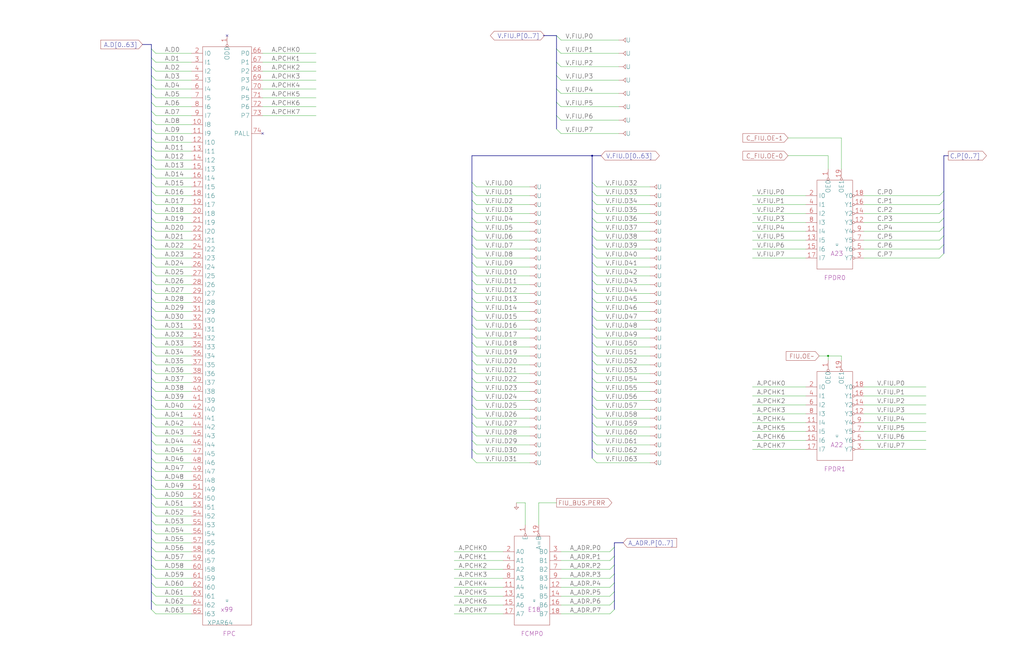
<source format=kicad_sch>
(kicad_sch (version 20220404) (generator eeschema)
  (paper "User" 584.2 378.46)
  (title_block (title "FIU DRIVER AND RECEIVER\\nPARITY") (date "22-MAR-90") (rev "1.0") (comment 1 "VALUE") (comment 2 "232-003063") (comment 3 "S400") (comment 4 "RELEASED"))
  (junction (at 337.82 88.9))
  (junction (at 472.44 203.2))
  (no_connect (at 129.54 20.32))
  (no_connect (at 149.86 76.2))
  (bus_entry (at 86.36 180.34) (size 2.54 2.54))
  (bus_entry (at 337.82 231.14) (size 2.54 2.54))
  (bus_entry (at 337.82 175.26) (size 2.54 2.54))
  (bus_entry (at 350.52 327.66) (size -2.54 2.54))
  (bus_entry (at 86.36 109.22) (size 2.54 2.54))
  (bus_entry (at 86.36 195.58) (size 2.54 2.54))
  (bus_entry (at 337.82 109.22) (size 2.54 2.54))
  (bus_entry (at 317.5 58.42) (size 2.54 2.54))
  (bus_entry (at 317.5 27.94) (size 2.54 2.54))
  (bus_entry (at 86.36 114.3) (size 2.54 2.54))
  (bus_entry (at 350.52 332.74) (size -2.54 2.54))
  (bus_entry (at 337.82 170.18) (size 2.54 2.54))
  (bus_entry (at 337.82 114.3) (size 2.54 2.54))
  (bus_entry (at 86.36 93.98) (size 2.54 2.54))
  (bus_entry (at 269.24 256.54) (size 2.54 2.54))
  (bus_entry (at 269.24 195.58) (size 2.54 2.54))
  (bus_entry (at 269.24 215.9) (size 2.54 2.54))
  (bus_entry (at 86.36 347.98) (size 2.54 2.54))
  (bus_entry (at 337.82 236.22) (size 2.54 2.54))
  (bus_entry (at 269.24 104.14) (size 2.54 2.54))
  (bus_entry (at 350.52 317.5) (size -2.54 2.54))
  (bus_entry (at 86.36 73.66) (size 2.54 2.54))
  (bus_entry (at 86.36 271.78) (size 2.54 2.54))
  (bus_entry (at 269.24 190.5) (size 2.54 2.54))
  (bus_entry (at 337.82 190.5) (size 2.54 2.54))
  (bus_entry (at 86.36 139.7) (size 2.54 2.54))
  (bus_entry (at 86.36 185.42) (size 2.54 2.54))
  (bus_entry (at 86.36 287.02) (size 2.54 2.54))
  (bus_entry (at 337.82 154.94) (size 2.54 2.54))
  (bus_entry (at 86.36 246.38) (size 2.54 2.54))
  (bus_entry (at 86.36 307.34) (size 2.54 2.54))
  (bus_entry (at 337.82 251.46) (size 2.54 2.54))
  (bus_entry (at 269.24 124.46) (size 2.54 2.54))
  (bus_entry (at 86.36 236.22) (size 2.54 2.54))
  (bus_entry (at 86.36 337.82) (size 2.54 2.54))
  (bus_entry (at 86.36 134.62) (size 2.54 2.54))
  (bus_entry (at 86.36 292.1) (size 2.54 2.54))
  (bus_entry (at 86.36 302.26) (size 2.54 2.54))
  (bus_entry (at 337.82 261.62) (size 2.54 2.54))
  (bus_entry (at 269.24 185.42) (size 2.54 2.54))
  (bus_entry (at 86.36 43.18) (size 2.54 2.54))
  (bus_entry (at 86.36 256.54) (size 2.54 2.54))
  (bus_entry (at 86.36 241.3) (size 2.54 2.54))
  (bus_entry (at 538.48 119.38) (size -2.54 2.54))
  (bus_entry (at 337.82 124.46) (size 2.54 2.54))
  (bus_entry (at 86.36 124.46) (size 2.54 2.54))
  (bus_entry (at 337.82 119.38) (size 2.54 2.54))
  (bus_entry (at 269.24 154.94) (size 2.54 2.54))
  (bus_entry (at 269.24 241.3) (size 2.54 2.54))
  (bus_entry (at 337.82 129.54) (size 2.54 2.54))
  (bus_entry (at 86.36 53.34) (size 2.54 2.54))
  (bus_entry (at 86.36 38.1) (size 2.54 2.54))
  (bus_entry (at 86.36 129.54) (size 2.54 2.54))
  (bus_entry (at 269.24 114.3) (size 2.54 2.54))
  (bus_entry (at 86.36 317.5) (size 2.54 2.54))
  (bus_entry (at 269.24 119.38) (size 2.54 2.54))
  (bus_entry (at 337.82 144.78) (size 2.54 2.54))
  (bus_entry (at 538.48 129.54) (size -2.54 2.54))
  (bus_entry (at 317.5 35.56) (size 2.54 2.54))
  (bus_entry (at 269.24 200.66) (size 2.54 2.54))
  (bus_entry (at 538.48 144.78) (size -2.54 2.54))
  (bus_entry (at 86.36 78.74) (size 2.54 2.54))
  (bus_entry (at 86.36 266.7) (size 2.54 2.54))
  (bus_entry (at 337.82 246.38) (size 2.54 2.54))
  (bus_entry (at 350.52 312.42) (size -2.54 2.54))
  (bus_entry (at 86.36 220.98) (size 2.54 2.54))
  (bus_entry (at 86.36 231.14) (size 2.54 2.54))
  (bus_entry (at 86.36 251.46) (size 2.54 2.54))
  (bus_entry (at 269.24 144.78) (size 2.54 2.54))
  (bus_entry (at 86.36 215.9) (size 2.54 2.54))
  (bus_entry (at 350.52 342.9) (size -2.54 2.54))
  (bus_entry (at 269.24 210.82) (size 2.54 2.54))
  (bus_entry (at 86.36 200.66) (size 2.54 2.54))
  (bus_entry (at 86.36 276.86) (size 2.54 2.54))
  (bus_entry (at 86.36 322.58) (size 2.54 2.54))
  (bus_entry (at 86.36 297.18) (size 2.54 2.54))
  (bus_entry (at 337.82 180.34) (size 2.54 2.54))
  (bus_entry (at 269.24 129.54) (size 2.54 2.54))
  (bus_entry (at 269.24 149.86) (size 2.54 2.54))
  (bus_entry (at 86.36 210.82) (size 2.54 2.54))
  (bus_entry (at 86.36 165.1) (size 2.54 2.54))
  (bus_entry (at 86.36 154.94) (size 2.54 2.54))
  (bus_entry (at 350.52 347.98) (size -2.54 2.54))
  (bus_entry (at 337.82 134.62) (size 2.54 2.54))
  (bus_entry (at 86.36 160.02) (size 2.54 2.54))
  (bus_entry (at 269.24 180.34) (size 2.54 2.54))
  (bus_entry (at 337.82 205.74) (size 2.54 2.54))
  (bus_entry (at 86.36 149.86) (size 2.54 2.54))
  (bus_entry (at 86.36 190.5) (size 2.54 2.54))
  (bus_entry (at 337.82 226.06) (size 2.54 2.54))
  (bus_entry (at 86.36 63.5) (size 2.54 2.54))
  (bus_entry (at 86.36 27.94) (size 2.54 2.54))
  (bus_entry (at 269.24 261.62) (size 2.54 2.54))
  (bus_entry (at 538.48 114.3) (size -2.54 2.54))
  (bus_entry (at 269.24 160.02) (size 2.54 2.54))
  (bus_entry (at 86.36 327.66) (size 2.54 2.54))
  (bus_entry (at 337.82 215.9) (size 2.54 2.54))
  (bus_entry (at 269.24 236.22) (size 2.54 2.54))
  (bus_entry (at 317.5 50.8) (size 2.54 2.54))
  (bus_entry (at 269.24 231.14) (size 2.54 2.54))
  (bus_entry (at 86.36 83.82) (size 2.54 2.54))
  (bus_entry (at 269.24 175.26) (size 2.54 2.54))
  (bus_entry (at 86.36 281.94) (size 2.54 2.54))
  (bus_entry (at 538.48 109.22) (size -2.54 2.54))
  (bus_entry (at 86.36 170.18) (size 2.54 2.54))
  (bus_entry (at 337.82 210.82) (size 2.54 2.54))
  (bus_entry (at 86.36 68.58) (size 2.54 2.54))
  (bus_entry (at 317.5 73.66) (size 2.54 2.54))
  (bus_entry (at 269.24 246.38) (size 2.54 2.54))
  (bus_entry (at 269.24 205.74) (size 2.54 2.54))
  (bus_entry (at 86.36 205.74) (size 2.54 2.54))
  (bus_entry (at 337.82 165.1) (size 2.54 2.54))
  (bus_entry (at 86.36 312.42) (size 2.54 2.54))
  (bus_entry (at 350.52 322.58) (size -2.54 2.54))
  (bus_entry (at 86.36 332.74) (size 2.54 2.54))
  (bus_entry (at 337.82 149.86) (size 2.54 2.54))
  (bus_entry (at 86.36 99.06) (size 2.54 2.54))
  (bus_entry (at 269.24 226.06) (size 2.54 2.54))
  (bus_entry (at 317.5 43.18) (size 2.54 2.54))
  (bus_entry (at 538.48 139.7) (size -2.54 2.54))
  (bus_entry (at 86.36 58.42) (size 2.54 2.54))
  (bus_entry (at 337.82 104.14) (size 2.54 2.54))
  (bus_entry (at 86.36 144.78) (size 2.54 2.54))
  (bus_entry (at 86.36 88.9) (size 2.54 2.54))
  (bus_entry (at 269.24 251.46) (size 2.54 2.54))
  (bus_entry (at 350.52 337.82) (size -2.54 2.54))
  (bus_entry (at 337.82 195.58) (size 2.54 2.54))
  (bus_entry (at 86.36 33.02) (size 2.54 2.54))
  (bus_entry (at 269.24 109.22) (size 2.54 2.54))
  (bus_entry (at 269.24 165.1) (size 2.54 2.54))
  (bus_entry (at 317.5 20.32) (size 2.54 2.54))
  (bus_entry (at 269.24 139.7) (size 2.54 2.54))
  (bus_entry (at 86.36 175.26) (size 2.54 2.54))
  (bus_entry (at 86.36 261.62) (size 2.54 2.54))
  (bus_entry (at 337.82 220.98) (size 2.54 2.54))
  (bus_entry (at 86.36 104.14) (size 2.54 2.54))
  (bus_entry (at 538.48 134.62) (size -2.54 2.54))
  (bus_entry (at 269.24 134.62) (size 2.54 2.54))
  (bus_entry (at 337.82 256.54) (size 2.54 2.54))
  (bus_entry (at 86.36 48.26) (size 2.54 2.54))
  (bus_entry (at 337.82 139.7) (size 2.54 2.54))
  (bus_entry (at 337.82 185.42) (size 2.54 2.54))
  (bus_entry (at 269.24 220.98) (size 2.54 2.54))
  (bus_entry (at 86.36 119.38) (size 2.54 2.54))
  (bus_entry (at 538.48 124.46) (size -2.54 2.54))
  (bus_entry (at 337.82 241.3) (size 2.54 2.54))
  (bus_entry (at 86.36 226.06) (size 2.54 2.54))
  (bus_entry (at 86.36 342.9) (size 2.54 2.54))
  (bus_entry (at 317.5 66.04) (size 2.54 2.54))
  (bus_entry (at 337.82 200.66) (size 2.54 2.54))
  (bus_entry (at 269.24 170.18) (size 2.54 2.54))
  (bus_entry (at 337.82 160.02) (size 2.54 2.54))
  (wire (pts (xy 340.36 254) (xy 370.84 254)))
  (wire (pts (xy 259.08 325.12) (xy 287.02 325.12)))
  (wire (pts (xy 340.36 137.16) (xy 370.84 137.16)))
  (bus (pts (xy 337.82 246.38) (xy 337.82 251.46)))
  (bus (pts (xy 86.36 241.3) (xy 86.36 246.38)))
  (bus (pts (xy 337.82 236.22) (xy 337.82 241.3)))
  (wire (pts (xy 109.22 218.44) (xy 88.9 218.44)))
  (bus (pts (xy 337.82 241.3) (xy 337.82 246.38)))
  (wire (pts (xy 271.78 254) (xy 302.26 254)))
  (wire (pts (xy 271.78 208.28) (xy 302.26 208.28)))
  (bus (pts (xy 337.82 160.02) (xy 337.82 165.1)))
  (wire (pts (xy 109.22 304.8) (xy 88.9 304.8)))
  (bus (pts (xy 86.36 322.58) (xy 86.36 327.66)))
  (bus (pts (xy 86.36 281.94) (xy 86.36 287.02)))
  (bus (pts (xy 337.82 109.22) (xy 337.82 114.3)))
  (wire (pts (xy 429.26 241.3) (xy 459.74 241.3)))
  (wire (pts (xy 271.78 162.56) (xy 302.26 162.56)))
  (wire (pts (xy 271.78 193.04) (xy 302.26 193.04)))
  (bus (pts (xy 337.82 88.9) (xy 337.82 104.14)))
  (bus (pts (xy 86.36 266.7) (xy 86.36 271.78)))
  (wire (pts (xy 109.22 142.24) (xy 88.9 142.24)))
  (wire (pts (xy 492.76 246.38) (xy 528.32 246.38)))
  (bus (pts (xy 86.36 297.18) (xy 86.36 302.26)))
  (wire (pts (xy 109.22 238.76) (xy 88.9 238.76)))
  (wire (pts (xy 259.08 314.96) (xy 287.02 314.96)))
  (wire (pts (xy 109.22 177.8) (xy 88.9 177.8)))
  (wire (pts (xy 340.36 152.4) (xy 370.84 152.4)))
  (wire (pts (xy 340.36 193.04) (xy 370.84 193.04)))
  (bus (pts (xy 269.24 175.26) (xy 269.24 180.34)))
  (wire (pts (xy 320.04 22.86) (xy 353.06 22.86)))
  (bus (pts (xy 269.24 154.94) (xy 269.24 160.02)))
  (bus (pts (xy 317.5 35.56) (xy 317.5 43.18)))
  (bus (pts (xy 269.24 231.14) (xy 269.24 236.22)))
  (bus (pts (xy 86.36 78.74) (xy 86.36 83.82)))
  (wire (pts (xy 449.58 78.74) (xy 480.06 78.74)))
  (bus (pts (xy 337.82 144.78) (xy 337.82 149.86)))
  (bus (pts (xy 538.48 119.38) (xy 538.48 124.46)))
  (bus (pts (xy 269.24 134.62) (xy 269.24 139.7)))
  (bus (pts (xy 269.24 220.98) (xy 269.24 226.06)))
  (wire (pts (xy 340.36 228.6) (xy 370.84 228.6)))
  (bus (pts (xy 337.82 129.54) (xy 337.82 134.62)))
  (bus (pts (xy 81.28 25.4) (xy 86.36 25.4)))
  (wire (pts (xy 109.22 167.64) (xy 88.9 167.64)))
  (wire (pts (xy 429.26 127) (xy 459.74 127)))
  (wire (pts (xy 109.22 182.88) (xy 88.9 182.88)))
  (bus (pts (xy 337.82 165.1) (xy 337.82 170.18)))
  (bus (pts (xy 350.52 327.66) (xy 350.52 332.74)))
  (wire (pts (xy 259.08 340.36) (xy 287.02 340.36)))
  (bus (pts (xy 86.36 312.42) (xy 86.36 317.5)))
  (wire (pts (xy 492.76 127) (xy 535.94 127)))
  (bus (pts (xy 86.36 271.78) (xy 86.36 276.86)))
  (bus (pts (xy 350.52 337.82) (xy 350.52 342.9)))
  (wire (pts (xy 271.78 157.48) (xy 302.26 157.48)))
  (bus (pts (xy 337.82 124.46) (xy 337.82 129.54)))
  (bus (pts (xy 86.36 180.34) (xy 86.36 185.42)))
  (wire (pts (xy 109.22 157.48) (xy 88.9 157.48)))
  (wire (pts (xy 492.76 251.46) (xy 528.32 251.46)))
  (wire (pts (xy 109.22 86.36) (xy 88.9 86.36)))
  (wire (pts (xy 109.22 81.28) (xy 88.9 81.28)))
  (wire (pts (xy 259.08 345.44) (xy 287.02 345.44)))
  (bus (pts (xy 86.36 144.78) (xy 86.36 149.86)))
  (wire (pts (xy 340.36 259.08) (xy 370.84 259.08)))
  (wire (pts (xy 467.36 203.2) (xy 472.44 203.2)))
  (bus (pts (xy 269.24 144.78) (xy 269.24 149.86)))
  (bus (pts (xy 269.24 160.02) (xy 269.24 165.1)))
  (bus (pts (xy 350.52 332.74) (xy 350.52 337.82)))
  (wire (pts (xy 109.22 96.52) (xy 88.9 96.52)))
  (wire (pts (xy 340.36 142.24) (xy 370.84 142.24)))
  (bus (pts (xy 86.36 292.1) (xy 86.36 297.18)))
  (bus (pts (xy 86.36 302.26) (xy 86.36 307.34)))
  (wire (pts (xy 259.08 350.52) (xy 287.02 350.52)))
  (wire (pts (xy 109.22 254) (xy 88.9 254)))
  (bus (pts (xy 337.82 139.7) (xy 337.82 144.78)))
  (bus (pts (xy 86.36 63.5) (xy 86.36 68.58)))
  (bus (pts (xy 86.36 261.62) (xy 86.36 266.7)))
  (wire (pts (xy 271.78 177.8) (xy 302.26 177.8)))
  (wire (pts (xy 449.58 88.9) (xy 472.44 88.9)))
  (wire (pts (xy 109.22 243.84) (xy 88.9 243.84)))
  (wire (pts (xy 259.08 320.04) (xy 287.02 320.04)))
  (wire (pts (xy 340.36 264.16) (xy 370.84 264.16)))
  (bus (pts (xy 86.36 129.54) (xy 86.36 134.62)))
  (bus (pts (xy 337.82 119.38) (xy 337.82 124.46)))
  (bus (pts (xy 269.24 180.34) (xy 269.24 185.42)))
  (wire (pts (xy 429.26 121.92) (xy 459.74 121.92)))
  (bus (pts (xy 269.24 226.06) (xy 269.24 231.14)))
  (bus (pts (xy 86.36 25.4) (xy 86.36 27.94)))
  (wire (pts (xy 271.78 111.76) (xy 302.26 111.76)))
  (bus (pts (xy 337.82 185.42) (xy 337.82 190.5)))
  (bus (pts (xy 538.48 109.22) (xy 538.48 114.3)))
  (bus (pts (xy 86.36 124.46) (xy 86.36 129.54)))
  (wire (pts (xy 320.04 45.72) (xy 353.06 45.72)))
  (wire (pts (xy 109.22 350.52) (xy 88.9 350.52)))
  (wire (pts (xy 271.78 198.12) (xy 302.26 198.12)))
  (wire (pts (xy 271.78 228.6) (xy 302.26 228.6)))
  (wire (pts (xy 109.22 132.08) (xy 88.9 132.08)))
  (bus (pts (xy 350.52 322.58) (xy 350.52 327.66)))
  (wire (pts (xy 271.78 203.2) (xy 302.26 203.2)))
  (wire (pts (xy 320.04 340.36) (xy 347.98 340.36)))
  (wire (pts (xy 109.22 50.8) (xy 88.9 50.8)))
  (wire (pts (xy 429.26 236.22) (xy 459.74 236.22)))
  (bus (pts (xy 269.24 104.14) (xy 269.24 109.22)))
  (bus (pts (xy 538.48 139.7) (xy 538.48 144.78)))
  (wire (pts (xy 429.26 137.16) (xy 459.74 137.16)))
  (bus (pts (xy 269.24 119.38) (xy 269.24 124.46)))
  (bus (pts (xy 538.48 129.54) (xy 538.48 134.62)))
  (wire (pts (xy 320.04 68.58) (xy 353.06 68.58)))
  (wire (pts (xy 109.22 279.4) (xy 88.9 279.4)))
  (bus (pts (xy 350.52 309.88) (xy 355.6 309.88)))
  (wire (pts (xy 492.76 142.24) (xy 535.94 142.24)))
  (wire (pts (xy 259.08 330.2) (xy 287.02 330.2)))
  (wire (pts (xy 320.04 38.1) (xy 353.06 38.1)))
  (wire (pts (xy 109.22 45.72) (xy 88.9 45.72)))
  (bus (pts (xy 337.82 114.3) (xy 337.82 119.38)))
  (bus (pts (xy 269.24 139.7) (xy 269.24 144.78)))
  (bus (pts (xy 269.24 124.46) (xy 269.24 129.54)))
  (bus (pts (xy 86.36 327.66) (xy 86.36 332.74)))
  (bus (pts (xy 337.82 195.58) (xy 337.82 200.66)))
  (wire (pts (xy 109.22 121.92) (xy 88.9 121.92)))
  (wire (pts (xy 149.86 60.96) (xy 180.34 60.96)))
  (bus (pts (xy 337.82 256.54) (xy 337.82 261.62)))
  (bus (pts (xy 86.36 33.02) (xy 86.36 38.1)))
  (wire (pts (xy 492.76 220.98) (xy 528.32 220.98)))
  (wire (pts (xy 429.26 111.76) (xy 459.74 111.76)))
  (bus (pts (xy 86.36 236.22) (xy 86.36 241.3)))
  (bus (pts (xy 350.52 312.42) (xy 350.52 317.5)))
  (bus (pts (xy 337.82 210.82) (xy 337.82 215.9)))
  (bus (pts (xy 86.36 165.1) (xy 86.36 170.18)))
  (wire (pts (xy 492.76 121.92) (xy 535.94 121.92)))
  (wire (pts (xy 109.22 172.72) (xy 88.9 172.72)))
  (wire (pts (xy 480.06 78.74) (xy 480.06 96.52)))
  (wire (pts (xy 317.5 287.02) (xy 307.34 287.02)))
  (wire (pts (xy 320.04 330.2) (xy 347.98 330.2)))
  (bus (pts (xy 86.36 134.62) (xy 86.36 139.7)))
  (bus (pts (xy 269.24 114.3) (xy 269.24 119.38)))
  (wire (pts (xy 429.26 226.06) (xy 459.74 226.06)))
  (wire (pts (xy 320.04 60.96) (xy 353.06 60.96)))
  (bus (pts (xy 86.36 246.38) (xy 86.36 251.46)))
  (bus (pts (xy 317.5 27.94) (xy 317.5 35.56)))
  (wire (pts (xy 320.04 30.48) (xy 353.06 30.48)))
  (bus (pts (xy 269.24 251.46) (xy 269.24 256.54)))
  (bus (pts (xy 350.52 309.88) (xy 350.52 312.42)))
  (wire (pts (xy 109.22 203.2) (xy 88.9 203.2)))
  (wire (pts (xy 271.78 223.52) (xy 302.26 223.52)))
  (bus (pts (xy 86.36 175.26) (xy 86.36 180.34)))
  (bus (pts (xy 317.5 43.18) (xy 317.5 50.8)))
  (bus (pts (xy 86.36 342.9) (xy 86.36 347.98)))
  (wire (pts (xy 320.04 53.34) (xy 353.06 53.34)))
  (bus (pts (xy 337.82 149.86) (xy 337.82 154.94)))
  (wire (pts (xy 271.78 213.36) (xy 302.26 213.36)))
  (bus (pts (xy 337.82 200.66) (xy 337.82 205.74)))
  (bus (pts (xy 317.5 58.42) (xy 317.5 66.04)))
  (wire (pts (xy 109.22 325.12) (xy 88.9 325.12)))
  (wire (pts (xy 340.36 198.12) (xy 370.84 198.12)))
  (bus (pts (xy 86.36 205.74) (xy 86.36 210.82)))
  (wire (pts (xy 492.76 147.32) (xy 535.94 147.32)))
  (wire (pts (xy 492.76 256.54) (xy 528.32 256.54)))
  (bus (pts (xy 86.36 200.66) (xy 86.36 205.74)))
  (bus (pts (xy 317.5 20.32) (xy 317.5 27.94)))
  (bus (pts (xy 337.82 226.06) (xy 337.82 231.14)))
  (bus (pts (xy 86.36 251.46) (xy 86.36 256.54)))
  (bus (pts (xy 86.36 93.98) (xy 86.36 99.06)))
  (wire (pts (xy 149.86 35.56) (xy 180.34 35.56)))
  (wire (pts (xy 492.76 236.22) (xy 528.32 236.22)))
  (wire (pts (xy 271.78 238.76) (xy 302.26 238.76)))
  (bus (pts (xy 86.36 53.34) (xy 86.36 58.42)))
  (wire (pts (xy 271.78 116.84) (xy 302.26 116.84)))
  (wire (pts (xy 340.36 243.84) (xy 370.84 243.84)))
  (bus (pts (xy 269.24 210.82) (xy 269.24 215.9)))
  (bus (pts (xy 86.36 99.06) (xy 86.36 104.14)))
  (bus (pts (xy 337.82 215.9) (xy 337.82 220.98)))
  (wire (pts (xy 109.22 233.68) (xy 88.9 233.68)))
  (wire (pts (xy 340.36 177.8) (xy 370.84 177.8)))
  (bus (pts (xy 538.48 134.62) (xy 538.48 139.7)))
  (bus (pts (xy 269.24 129.54) (xy 269.24 134.62)))
  (wire (pts (xy 109.22 147.32) (xy 88.9 147.32)))
  (bus (pts (xy 269.24 241.3) (xy 269.24 246.38)))
  (wire (pts (xy 492.76 226.06) (xy 528.32 226.06)))
  (wire (pts (xy 149.86 45.72) (xy 180.34 45.72)))
  (bus (pts (xy 269.24 88.9) (xy 269.24 104.14)))
  (wire (pts (xy 109.22 193.04) (xy 88.9 193.04)))
  (wire (pts (xy 492.76 137.16) (xy 535.94 137.16)))
  (wire (pts (xy 109.22 264.16) (xy 88.9 264.16)))
  (bus (pts (xy 269.24 236.22) (xy 269.24 241.3)))
  (wire (pts (xy 109.22 330.2) (xy 88.9 330.2)))
  (wire (pts (xy 429.26 246.38) (xy 459.74 246.38)))
  (wire (pts (xy 271.78 243.84) (xy 302.26 243.84)))
  (wire (pts (xy 149.86 40.64) (xy 180.34 40.64)))
  (bus (pts (xy 337.82 134.62) (xy 337.82 139.7)))
  (wire (pts (xy 492.76 111.76) (xy 535.94 111.76)))
  (wire (pts (xy 320.04 345.44) (xy 347.98 345.44)))
  (wire (pts (xy 109.22 76.2) (xy 88.9 76.2)))
  (bus (pts (xy 86.36 68.58) (xy 86.36 73.66)))
  (bus (pts (xy 309.88 20.32) (xy 317.5 20.32)))
  (bus (pts (xy 86.36 83.82) (xy 86.36 88.9)))
  (wire (pts (xy 271.78 187.96) (xy 302.26 187.96)))
  (bus (pts (xy 337.82 190.5) (xy 337.82 195.58)))
  (wire (pts (xy 271.78 182.88) (xy 302.26 182.88)))
  (wire (pts (xy 109.22 40.64) (xy 88.9 40.64)))
  (wire (pts (xy 109.22 137.16) (xy 88.9 137.16)))
  (wire (pts (xy 109.22 314.96) (xy 88.9 314.96)))
  (wire (pts (xy 271.78 132.08) (xy 302.26 132.08)))
  (wire (pts (xy 109.22 91.44) (xy 88.9 91.44)))
  (bus (pts (xy 86.36 337.82) (xy 86.36 342.9)))
  (wire (pts (xy 340.36 132.08) (xy 370.84 132.08)))
  (wire (pts (xy 109.22 259.08) (xy 88.9 259.08)))
  (wire (pts (xy 271.78 248.92) (xy 302.26 248.92)))
  (wire (pts (xy 109.22 294.64) (xy 88.9 294.64)))
  (wire (pts (xy 109.22 335.28) (xy 88.9 335.28)))
  (bus (pts (xy 86.36 119.38) (xy 86.36 124.46)))
  (wire (pts (xy 472.44 203.2) (xy 480.06 203.2)))
  (bus (pts (xy 86.36 220.98) (xy 86.36 226.06)))
  (bus (pts (xy 350.52 317.5) (xy 350.52 322.58)))
  (wire (pts (xy 340.36 157.48) (xy 370.84 157.48)))
  (wire (pts (xy 109.22 309.88) (xy 88.9 309.88)))
  (wire (pts (xy 340.36 223.52) (xy 370.84 223.52)))
  (wire (pts (xy 109.22 299.72) (xy 88.9 299.72)))
  (bus (pts (xy 86.36 73.66) (xy 86.36 78.74)))
  (bus (pts (xy 86.36 185.42) (xy 86.36 190.5)))
  (wire (pts (xy 340.36 187.96) (xy 370.84 187.96)))
  (wire (pts (xy 109.22 187.96) (xy 88.9 187.96)))
  (bus (pts (xy 86.36 307.34) (xy 86.36 312.42)))
  (bus (pts (xy 269.24 165.1) (xy 269.24 170.18)))
  (wire (pts (xy 271.78 137.16) (xy 302.26 137.16)))
  (wire (pts (xy 109.22 223.52) (xy 88.9 223.52)))
  (wire (pts (xy 109.22 35.56) (xy 88.9 35.56)))
  (wire (pts (xy 109.22 284.48) (xy 88.9 284.48)))
  (wire (pts (xy 149.86 50.8) (xy 180.34 50.8)))
  (wire (pts (xy 320.04 314.96) (xy 347.98 314.96)))
  (wire (pts (xy 340.36 182.88) (xy 370.84 182.88)))
  (wire (pts (xy 429.26 256.54) (xy 459.74 256.54)))
  (bus (pts (xy 86.36 38.1) (xy 86.36 43.18)))
  (wire (pts (xy 340.36 238.76) (xy 370.84 238.76)))
  (bus (pts (xy 86.36 58.42) (xy 86.36 63.5)))
  (wire (pts (xy 472.44 203.2) (xy 472.44 205.74)))
  (bus (pts (xy 86.36 317.5) (xy 86.36 322.58)))
  (wire (pts (xy 320.04 320.04) (xy 347.98 320.04)))
  (bus (pts (xy 337.82 205.74) (xy 337.82 210.82)))
  (wire (pts (xy 299.72 287.02) (xy 299.72 299.72)))
  (wire (pts (xy 492.76 132.08) (xy 535.94 132.08)))
  (bus (pts (xy 86.36 215.9) (xy 86.36 220.98)))
  (wire (pts (xy 340.36 172.72) (xy 370.84 172.72)))
  (wire (pts (xy 109.22 60.96) (xy 88.9 60.96)))
  (bus (pts (xy 86.36 27.94) (xy 86.36 33.02)))
  (wire (pts (xy 307.34 287.02) (xy 307.34 299.72)))
  (wire (pts (xy 109.22 198.12) (xy 88.9 198.12)))
  (wire (pts (xy 109.22 71.12) (xy 88.9 71.12)))
  (wire (pts (xy 340.36 218.44) (xy 370.84 218.44)))
  (wire (pts (xy 109.22 30.48) (xy 88.9 30.48)))
  (bus (pts (xy 337.82 104.14) (xy 337.82 109.22)))
  (wire (pts (xy 149.86 55.88) (xy 180.34 55.88)))
  (bus (pts (xy 86.36 109.22) (xy 86.36 114.3)))
  (bus (pts (xy 337.82 154.94) (xy 337.82 160.02)))
  (bus (pts (xy 86.36 190.5) (xy 86.36 195.58)))
  (wire (pts (xy 340.36 116.84) (xy 370.84 116.84)))
  (wire (pts (xy 271.78 147.32) (xy 302.26 147.32)))
  (bus (pts (xy 317.5 50.8) (xy 317.5 58.42)))
  (bus (pts (xy 86.36 332.74) (xy 86.36 337.82)))
  (wire (pts (xy 109.22 248.92) (xy 88.9 248.92)))
  (bus (pts (xy 337.82 220.98) (xy 337.82 226.06)))
  (wire (pts (xy 320.04 325.12) (xy 347.98 325.12)))
  (bus (pts (xy 86.36 149.86) (xy 86.36 154.94)))
  (wire (pts (xy 340.36 213.36) (xy 370.84 213.36)))
  (bus (pts (xy 337.82 175.26) (xy 337.82 180.34)))
  (wire (pts (xy 429.26 116.84) (xy 459.74 116.84)))
  (bus (pts (xy 86.36 139.7) (xy 86.36 144.78)))
  (wire (pts (xy 320.04 76.2) (xy 353.06 76.2)))
  (wire (pts (xy 109.22 116.84) (xy 88.9 116.84)))
  (wire (pts (xy 149.86 66.04) (xy 180.34 66.04)))
  (bus (pts (xy 86.36 114.3) (xy 86.36 119.38)))
  (wire (pts (xy 259.08 335.28) (xy 287.02 335.28)))
  (wire (pts (xy 340.36 208.28) (xy 370.84 208.28)))
  (wire (pts (xy 340.36 121.92) (xy 370.84 121.92)))
  (wire (pts (xy 109.22 269.24) (xy 88.9 269.24)))
  (wire (pts (xy 429.26 231.14) (xy 459.74 231.14)))
  (bus (pts (xy 337.82 231.14) (xy 337.82 236.22)))
  (wire (pts (xy 492.76 116.84) (xy 535.94 116.84)))
  (wire (pts (xy 109.22 111.76) (xy 88.9 111.76)))
  (wire (pts (xy 271.78 142.24) (xy 302.26 142.24)))
  (wire (pts (xy 109.22 162.56) (xy 88.9 162.56)))
  (bus (pts (xy 538.48 114.3) (xy 538.48 119.38)))
  (wire (pts (xy 109.22 320.04) (xy 88.9 320.04)))
  (bus (pts (xy 538.48 88.9) (xy 538.48 109.22)))
  (wire (pts (xy 271.78 264.16) (xy 302.26 264.16)))
  (bus (pts (xy 269.24 185.42) (xy 269.24 190.5)))
  (wire (pts (xy 340.36 106.68) (xy 370.84 106.68)))
  (bus (pts (xy 269.24 170.18) (xy 269.24 175.26)))
  (bus (pts (xy 317.5 66.04) (xy 317.5 73.66)))
  (bus (pts (xy 538.48 124.46) (xy 538.48 129.54)))
  (wire (pts (xy 109.22 345.44) (xy 88.9 345.44)))
  (bus (pts (xy 337.82 88.9) (xy 342.9 88.9)))
  (wire (pts (xy 109.22 66.04) (xy 88.9 66.04)))
  (wire (pts (xy 320.04 335.28) (xy 347.98 335.28)))
  (bus (pts (xy 86.36 256.54) (xy 86.36 261.62)))
  (wire (pts (xy 271.78 218.44) (xy 302.26 218.44)))
  (wire (pts (xy 472.44 88.9) (xy 472.44 96.52)))
  (wire (pts (xy 480.06 203.2) (xy 480.06 205.74)))
  (wire (pts (xy 109.22 101.6) (xy 88.9 101.6)))
  (bus (pts (xy 269.24 149.86) (xy 269.24 154.94)))
  (wire (pts (xy 109.22 289.56) (xy 88.9 289.56)))
  (wire (pts (xy 271.78 172.72) (xy 302.26 172.72)))
  (bus (pts (xy 269.24 88.9) (xy 337.82 88.9)))
  (wire (pts (xy 271.78 152.4) (xy 302.26 152.4)))
  (wire (pts (xy 271.78 233.68) (xy 302.26 233.68)))
  (bus (pts (xy 337.82 180.34) (xy 337.82 185.42)))
  (bus (pts (xy 337.82 170.18) (xy 337.82 175.26)))
  (bus (pts (xy 269.24 190.5) (xy 269.24 195.58)))
  (wire (pts (xy 340.36 233.68) (xy 370.84 233.68)))
  (bus (pts (xy 86.36 88.9) (xy 86.36 93.98)))
  (bus (pts (xy 269.24 200.66) (xy 269.24 205.74)))
  (bus (pts (xy 538.48 88.9) (xy 541.02 88.9)))
  (wire (pts (xy 109.22 228.6) (xy 88.9 228.6)))
  (bus (pts (xy 86.36 154.94) (xy 86.36 160.02)))
  (wire (pts (xy 271.78 167.64) (xy 302.26 167.64)))
  (wire (pts (xy 429.26 220.98) (xy 459.74 220.98)))
  (wire (pts (xy 340.36 127) (xy 370.84 127)))
  (wire (pts (xy 109.22 208.28) (xy 88.9 208.28)))
  (bus (pts (xy 269.24 215.9) (xy 269.24 220.98)))
  (bus (pts (xy 350.52 342.9) (xy 350.52 347.98)))
  (bus (pts (xy 86.36 43.18) (xy 86.36 48.26)))
  (bus (pts (xy 86.36 160.02) (xy 86.36 165.1)))
  (wire (pts (xy 320.04 350.52) (xy 347.98 350.52)))
  (wire (pts (xy 340.36 167.64) (xy 370.84 167.64)))
  (bus (pts (xy 86.36 276.86) (xy 86.36 281.94)))
  (wire (pts (xy 109.22 106.68) (xy 88.9 106.68)))
  (bus (pts (xy 269.24 205.74) (xy 269.24 210.82)))
  (wire (pts (xy 109.22 127) (xy 88.9 127)))
  (bus (pts (xy 86.36 170.18) (xy 86.36 175.26)))
  (wire (pts (xy 492.76 231.14) (xy 528.32 231.14)))
  (wire (pts (xy 340.36 147.32) (xy 370.84 147.32)))
  (wire (pts (xy 429.26 251.46) (xy 459.74 251.46)))
  (bus (pts (xy 269.24 256.54) (xy 269.24 261.62)))
  (wire (pts (xy 429.26 147.32) (xy 459.74 147.32)))
  (bus (pts (xy 86.36 48.26) (xy 86.36 53.34)))
  (wire (pts (xy 149.86 30.48) (xy 180.34 30.48)))
  (wire (pts (xy 271.78 259.08) (xy 302.26 259.08)))
  (wire (pts (xy 109.22 274.32) (xy 88.9 274.32)))
  (wire (pts (xy 109.22 213.36) (xy 88.9 213.36)))
  (wire (pts (xy 340.36 248.92) (xy 370.84 248.92)))
  (wire (pts (xy 271.78 106.68) (xy 302.26 106.68)))
  (wire (pts (xy 271.78 127) (xy 302.26 127)))
  (wire (pts (xy 271.78 121.92) (xy 302.26 121.92)))
  (wire (pts (xy 340.36 203.2) (xy 370.84 203.2)))
  (wire (pts (xy 429.26 142.24) (xy 459.74 142.24)))
  (bus (pts (xy 269.24 195.58) (xy 269.24 200.66)))
  (bus (pts (xy 86.36 195.58) (xy 86.36 200.66)))
  (bus (pts (xy 86.36 210.82) (xy 86.36 215.9)))
  (wire (pts (xy 340.36 162.56) (xy 370.84 162.56)))
  (bus (pts (xy 86.36 104.14) (xy 86.36 109.22)))
  (bus (pts (xy 86.36 226.06) (xy 86.36 231.14)))
  (wire (pts (xy 492.76 241.3) (xy 528.32 241.3)))
  (wire (pts (xy 109.22 340.36) (xy 88.9 340.36)))
  (bus (pts (xy 337.82 251.46) (xy 337.82 256.54)))
  (bus (pts (xy 86.36 231.14) (xy 86.36 236.22)))
  (wire (pts (xy 109.22 152.4) (xy 88.9 152.4)))
  (wire (pts (xy 294.64 287.02) (xy 299.72 287.02)))
  (bus (pts (xy 269.24 109.22) (xy 269.24 114.3)))
  (wire (pts (xy 109.22 55.88) (xy 88.9 55.88)))
  (wire (pts (xy 340.36 111.76) (xy 370.84 111.76)))
  (bus (pts (xy 86.36 287.02) (xy 86.36 292.1)))
  (bus (pts (xy 269.24 246.38) (xy 269.24 251.46)))
  (wire (pts (xy 429.26 132.08) (xy 459.74 132.08)))
  (label "A.PCHK3" (at 431.8 236.22 0) (effects (font (size 2.54 2.54))))
  (label "V.FIU.D16" (at 276.86 187.96 0) (effects (font (size 2.54 2.54))))
  (label "V.FIU.D51" (at 345.44 203.2 0) (effects (font (size 2.54 2.54))))
  (label "A_ADR.P1" (at 325.12 320.04 0) (effects (font (size 2.54 2.54))))
  (label "A.D63" (at 93.98 350.52 0) (effects (font (size 2.54 2.54))))
  (label "A.D11" (at 93.98 86.36 0) (effects (font (size 2.54 2.54))))
  (label "V.FIU.D33" (at 345.44 111.76 0) (effects (font (size 2.54 2.54))))
  (label "V.FIU.P4" (at 322.58 53.34 0) (effects (font (size 2.54 2.54))))
  (label "A.D45" (at 93.98 259.08 0) (effects (font (size 2.54 2.54))))
  (label "A.D37" (at 93.98 218.44 0) (effects (font (size 2.54 2.54))))
  (label "A_ADR.P0" (at 325.12 314.96 0) (effects (font (size 2.54 2.54))))
  (label "A.D6" (at 93.98 60.96 0) (effects (font (size 2.54 2.54))))
  (label "V.FIU.P0" (at 500.38 220.98 0) (effects (font (size 2.54 2.54))))
  (label "V.FIU.D53" (at 345.44 213.36 0) (effects (font (size 2.54 2.54))))
  (label "V.FIU.P0" (at 322.58 22.86 0) (effects (font (size 2.54 2.54))))
  (label "V.FIU.D57" (at 345.44 233.68 0) (effects (font (size 2.54 2.54))))
  (label "V.FIU.D13" (at 276.86 172.72 0) (effects (font (size 2.54 2.54))))
  (label "C.P7" (at 500.38 147.32 0) (effects (font (size 2.54 2.54))))
  (label "A.PCHK4" (at 154.94 50.8 0) (effects (font (size 2.54 2.54))))
  (label "V.FIU.D40" (at 345.44 147.32 0) (effects (font (size 2.54 2.54))))
  (label "A.D33" (at 93.98 198.12 0) (effects (font (size 2.54 2.54))))
  (label "A.D28" (at 93.98 172.72 0) (effects (font (size 2.54 2.54))))
  (label "V.FIU.D1" (at 276.86 111.76 0) (effects (font (size 2.54 2.54))))
  (label "A.D62" (at 93.98 345.44 0) (effects (font (size 2.54 2.54))))
  (label "A.PCHK5" (at 154.94 55.88 0) (effects (font (size 2.54 2.54))))
  (label "A.D48" (at 93.98 274.32 0) (effects (font (size 2.54 2.54))))
  (label "A.D35" (at 93.98 208.28 0) (effects (font (size 2.54 2.54))))
  (label "A.D34" (at 93.98 203.2 0) (effects (font (size 2.54 2.54))))
  (label "V.FIU.D21" (at 276.86 213.36 0) (effects (font (size 2.54 2.54))))
  (label "A.D15" (at 93.98 106.68 0) (effects (font (size 2.54 2.54))))
  (label "V.FIU.D55" (at 345.44 223.52 0) (effects (font (size 2.54 2.54))))
  (label "V.FIU.D0" (at 276.86 106.68 0) (effects (font (size 2.54 2.54))))
  (label "A.D0" (at 93.98 30.48 0) (effects (font (size 2.54 2.54))))
  (label "A.D44" (at 93.98 254 0) (effects (font (size 2.54 2.54))))
  (label "A.D23" (at 93.98 147.32 0) (effects (font (size 2.54 2.54))))
  (label "A.PCHK1" (at 431.8 226.06 0) (effects (font (size 2.54 2.54))))
  (label "V.FIU.P2" (at 500.38 231.14 0) (effects (font (size 2.54 2.54))))
  (label "A.D2" (at 93.98 40.64 0) (effects (font (size 2.54 2.54))))
  (label "A.D55" (at 93.98 309.88 0) (effects (font (size 2.54 2.54))))
  (label "V.FIU.D29" (at 276.86 254 0) (effects (font (size 2.54 2.54))))
  (label "A.D40" (at 93.98 233.68 0) (effects (font (size 2.54 2.54))))
  (label "V.FIU.D34" (at 345.44 116.84 0) (effects (font (size 2.54 2.54))))
  (label "V.FIU.D9" (at 276.86 152.4 0) (effects (font (size 2.54 2.54))))
  (label "A.D42" (at 93.98 243.84 0) (effects (font (size 2.54 2.54))))
  (label "V.FIU.D24" (at 276.86 228.6 0) (effects (font (size 2.54 2.54))))
  (label "V.FIU.D60" (at 345.44 248.92 0) (effects (font (size 2.54 2.54))))
  (label "A.D36" (at 93.98 213.36 0) (effects (font (size 2.54 2.54))))
  (label "V.FIU.D6" (at 276.86 137.16 0) (effects (font (size 2.54 2.54))))
  (label "V.FIU.D39" (at 345.44 142.24 0) (effects (font (size 2.54 2.54))))
  (label "A.PCHK5" (at 431.8 246.38 0) (effects (font (size 2.54 2.54))))
  (label "A.D41" (at 93.98 238.76 0) (effects (font (size 2.54 2.54))))
  (label "V.FIU.D37" (at 345.44 132.08 0) (effects (font (size 2.54 2.54))))
  (label "A.D19" (at 93.98 127 0) (effects (font (size 2.54 2.54))))
  (label "A.D12" (at 93.98 91.44 0) (effects (font (size 2.54 2.54))))
  (label "V.FIU.D2" (at 276.86 116.84 0) (effects (font (size 2.54 2.54))))
  (label "V.FIU.P1" (at 322.58 30.48 0) (effects (font (size 2.54 2.54))))
  (label "V.FIU.D25" (at 276.86 233.68 0) (effects (font (size 2.54 2.54))))
  (label "C.P6" (at 500.38 142.24 0) (effects (font (size 2.54 2.54))))
  (label "V.FIU.D52" (at 345.44 208.28 0) (effects (font (size 2.54 2.54))))
  (label "A.D39" (at 93.98 228.6 0) (effects (font (size 2.54 2.54))))
  (label "A.PCHK0" (at 154.94 30.48 0) (effects (font (size 2.54 2.54))))
  (label "C.P4" (at 500.38 132.08 0) (effects (font (size 2.54 2.54))))
  (label "A.D22" (at 93.98 142.24 0) (effects (font (size 2.54 2.54))))
  (label "V.FIU.D35" (at 345.44 121.92 0) (effects (font (size 2.54 2.54))))
  (label "V.FIU.D14" (at 276.86 177.8 0) (effects (font (size 2.54 2.54))))
  (label "V.FIU.D20" (at 276.86 208.28 0) (effects (font (size 2.54 2.54))))
  (label "A_ADR.P5" (at 325.12 340.36 0) (effects (font (size 2.54 2.54))))
  (label "A.D3" (at 93.98 45.72 0) (effects (font (size 2.54 2.54))))
  (label "V.FIU.D32" (at 345.44 106.68 0) (effects (font (size 2.54 2.54))))
  (label "A.PCHK5" (at 261.62 340.36 0) (effects (font (size 2.54 2.54))))
  (label "A.PCHK1" (at 154.94 35.56 0) (effects (font (size 2.54 2.54))))
  (label "V.FIU.D28" (at 276.86 248.92 0) (effects (font (size 2.54 2.54))))
  (label "A.PCHK3" (at 261.62 330.2 0) (effects (font (size 2.54 2.54))))
  (label "V.FIU.P3" (at 431.8 127 0) (effects (font (size 2.54 2.54))))
  (label "V.FIU.D5" (at 276.86 132.08 0) (effects (font (size 2.54 2.54))))
  (label "V.FIU.P3" (at 322.58 45.72 0) (effects (font (size 2.54 2.54))))
  (label "V.FIU.D15" (at 276.86 182.88 0) (effects (font (size 2.54 2.54))))
  (label "V.FIU.D10" (at 276.86 157.48 0) (effects (font (size 2.54 2.54))))
  (label "V.FIU.D41" (at 345.44 152.4 0) (effects (font (size 2.54 2.54))))
  (label "V.FIU.D56" (at 345.44 228.6 0) (effects (font (size 2.54 2.54))))
  (label "V.FIU.D7" (at 276.86 142.24 0) (effects (font (size 2.54 2.54))))
  (label "V.FIU.D17" (at 276.86 193.04 0) (effects (font (size 2.54 2.54))))
  (label "V.FIU.D54" (at 345.44 218.44 0) (effects (font (size 2.54 2.54))))
  (label "V.FIU.P5" (at 431.8 137.16 0) (effects (font (size 2.54 2.54))))
  (label "C.P1" (at 500.38 116.84 0) (effects (font (size 2.54 2.54))))
  (label "V.FIU.D63" (at 345.44 264.16 0) (effects (font (size 2.54 2.54))))
  (label "A.PCHK1" (at 261.62 320.04 0) (effects (font (size 2.54 2.54))))
  (label "A.D14" (at 93.98 101.6 0) (effects (font (size 2.54 2.54))))
  (label "V.FIU.P2" (at 431.8 121.92 0) (effects (font (size 2.54 2.54))))
  (label "C.P2" (at 500.38 121.92 0) (effects (font (size 2.54 2.54))))
  (label "V.FIU.D44" (at 345.44 167.64 0) (effects (font (size 2.54 2.54))))
  (label "V.FIU.P1" (at 500.38 226.06 0) (effects (font (size 2.54 2.54))))
  (label "V.FIU.P7" (at 500.38 256.54 0) (effects (font (size 2.54 2.54))))
  (label "V.FIU.D59" (at 345.44 243.84 0) (effects (font (size 2.54 2.54))))
  (label "A.D25" (at 93.98 157.48 0) (effects (font (size 2.54 2.54))))
  (label "A.D1" (at 93.98 35.56 0) (effects (font (size 2.54 2.54))))
  (label "V.FIU.P7" (at 431.8 147.32 0) (effects (font (size 2.54 2.54))))
  (label "V.FIU.D22" (at 276.86 218.44 0) (effects (font (size 2.54 2.54))))
  (label "V.FIU.D42" (at 345.44 157.48 0) (effects (font (size 2.54 2.54))))
  (label "A.D60" (at 93.98 335.28 0) (effects (font (size 2.54 2.54))))
  (label "V.FIU.P6" (at 500.38 251.46 0) (effects (font (size 2.54 2.54))))
  (label "A.PCHK7" (at 431.8 256.54 0) (effects (font (size 2.54 2.54))))
  (label "V.FIU.D47" (at 345.44 182.88 0) (effects (font (size 2.54 2.54))))
  (label "A.D20" (at 93.98 132.08 0) (effects (font (size 2.54 2.54))))
  (label "V.FIU.D61" (at 345.44 254 0) (effects (font (size 2.54 2.54))))
  (label "A.D43" (at 93.98 248.92 0) (effects (font (size 2.54 2.54))))
  (label "V.FIU.D18" (at 276.86 198.12 0) (effects (font (size 2.54 2.54))))
  (label "A.D7" (at 93.98 66.04 0) (effects (font (size 2.54 2.54))))
  (label "V.FIU.D23" (at 276.86 223.52 0) (effects (font (size 2.54 2.54))))
  (label "A.D21" (at 93.98 137.16 0) (effects (font (size 2.54 2.54))))
  (label "A.D18" (at 93.98 121.92 0) (effects (font (size 2.54 2.54))))
  (label "V.FIU.P2" (at 322.58 38.1 0) (effects (font (size 2.54 2.54))))
  (label "V.FIU.D19" (at 276.86 203.2 0) (effects (font (size 2.54 2.54))))
  (label "A.PCHK6" (at 431.8 251.46 0) (effects (font (size 2.54 2.54))))
  (label "V.FIU.D4" (at 276.86 127 0) (effects (font (size 2.54 2.54))))
  (label "V.FIU.D50" (at 345.44 198.12 0) (effects (font (size 2.54 2.54))))
  (label "A.D61" (at 93.98 340.36 0) (effects (font (size 2.54 2.54))))
  (label "A.D16" (at 93.98 111.76 0) (effects (font (size 2.54 2.54))))
  (label "A.D10" (at 93.98 81.28 0) (effects (font (size 2.54 2.54))))
  (label "A.D31" (at 93.98 187.96 0) (effects (font (size 2.54 2.54))))
  (label "V.FIU.D8" (at 276.86 147.32 0) (effects (font (size 2.54 2.54))))
  (label "A.D13" (at 93.98 96.52 0) (effects (font (size 2.54 2.54))))
  (label "V.FIU.D43" (at 345.44 162.56 0) (effects (font (size 2.54 2.54))))
  (label "A.D32" (at 93.98 193.04 0) (effects (font (size 2.54 2.54))))
  (label "V.FIU.P6" (at 322.58 68.58 0) (effects (font (size 2.54 2.54))))
  (label "V.FIU.D12" (at 276.86 167.64 0) (effects (font (size 2.54 2.54))))
  (label "A.D27" (at 93.98 167.64 0) (effects (font (size 2.54 2.54))))
  (label "V.FIU.P6" (at 431.8 142.24 0) (effects (font (size 2.54 2.54))))
  (label "C.P0" (at 500.38 111.76 0) (effects (font (size 2.54 2.54))))
  (label "A.D56" (at 93.98 314.96 0) (effects (font (size 2.54 2.54))))
  (label "A_ADR.P4" (at 325.12 335.28 0) (effects (font (size 2.54 2.54))))
  (label "A.D4" (at 93.98 50.8 0) (effects (font (size 2.54 2.54))))
  (label "V.FIU.P3" (at 500.38 236.22 0) (effects (font (size 2.54 2.54))))
  (label "V.FIU.D30" (at 276.86 259.08 0) (effects (font (size 2.54 2.54))))
  (label "A.D26" (at 93.98 162.56 0) (effects (font (size 2.54 2.54))))
  (label "A.PCHK4" (at 261.62 335.28 0) (effects (font (size 2.54 2.54))))
  (label "V.FIU.P5" (at 322.58 60.96 0) (effects (font (size 2.54 2.54))))
  (label "A.PCHK7" (at 261.62 350.52 0) (effects (font (size 2.54 2.54))))
  (label "A.D58" (at 93.98 325.12 0) (effects (font (size 2.54 2.54))))
  (label "A.PCHK4" (at 431.8 241.3 0) (effects (font (size 2.54 2.54))))
  (label "A.D5" (at 93.98 55.88 0) (effects (font (size 2.54 2.54))))
  (label "V.FIU.P5" (at 500.38 246.38 0) (effects (font (size 2.54 2.54))))
  (label "A.D46" (at 93.98 264.16 0) (effects (font (size 2.54 2.54))))
  (label "A.D53" (at 93.98 299.72 0) (effects (font (size 2.54 2.54))))
  (label "A.D24" (at 93.98 152.4 0) (effects (font (size 2.54 2.54))))
  (label "A.PCHK7" (at 154.94 66.04 0) (effects (font (size 2.54 2.54))))
  (label "V.FIU.D26" (at 276.86 238.76 0) (effects (font (size 2.54 2.54))))
  (label "A_ADR.P3" (at 325.12 330.2 0) (effects (font (size 2.54 2.54))))
  (label "V.FIU.P1" (at 431.8 116.84 0) (effects (font (size 2.54 2.54))))
  (label "V.FIU.D36" (at 345.44 127 0) (effects (font (size 2.54 2.54))))
  (label "A.PCHK2" (at 431.8 231.14 0) (effects (font (size 2.54 2.54))))
  (label "V.FIU.D11" (at 276.86 162.56 0) (effects (font (size 2.54 2.54))))
  (label "V.FIU.D62" (at 345.44 259.08 0) (effects (font (size 2.54 2.54))))
  (label "A.D59" (at 93.98 330.2 0) (effects (font (size 2.54 2.54))))
  (label "A.D8" (at 93.98 71.12 0) (effects (font (size 2.54 2.54))))
  (label "A.PCHK2" (at 261.62 325.12 0) (effects (font (size 2.54 2.54))))
  (label "V.FIU.P0" (at 431.8 111.76 0) (effects (font (size 2.54 2.54))))
  (label "A.PCHK6" (at 154.94 60.96 0) (effects (font (size 2.54 2.54))))
  (label "A.PCHK0" (at 431.8 220.98 0) (effects (font (size 2.54 2.54))))
  (label "A.PCHK6" (at 261.62 345.44 0) (effects (font (size 2.54 2.54))))
  (label "V.FIU.P7" (at 322.58 76.2 0) (effects (font (size 2.54 2.54))))
  (label "A.D38" (at 93.98 223.52 0) (effects (font (size 2.54 2.54))))
  (label "A.D30" (at 93.98 182.88 0) (effects (font (size 2.54 2.54))))
  (label "A.D47" (at 93.98 269.24 0) (effects (font (size 2.54 2.54))))
  (label "C.P3" (at 500.38 127 0) (effects (font (size 2.54 2.54))))
  (label "V.FIU.D49" (at 345.44 193.04 0) (effects (font (size 2.54 2.54))))
  (label "A.D49" (at 93.98 279.4 0) (effects (font (size 2.54 2.54))))
  (label "A.PCHK2" (at 154.94 40.64 0) (effects (font (size 2.54 2.54))))
  (label "A_ADR.P2" (at 325.12 325.12 0) (effects (font (size 2.54 2.54))))
  (label "V.FIU.D27" (at 276.86 243.84 0) (effects (font (size 2.54 2.54))))
  (label "A.D29" (at 93.98 177.8 0) (effects (font (size 2.54 2.54))))
  (label "V.FIU.P4" (at 431.8 132.08 0) (effects (font (size 2.54 2.54))))
  (label "A.D52" (at 93.98 294.64 0) (effects (font (size 2.54 2.54))))
  (label "V.FIU.P4" (at 500.38 241.3 0) (effects (font (size 2.54 2.54))))
  (label "V.FIU.D38" (at 345.44 137.16 0) (effects (font (size 2.54 2.54))))
  (label "V.FIU.D31" (at 276.86 264.16 0) (effects (font (size 2.54 2.54))))
  (label "A.D50" (at 93.98 284.48 0) (effects (font (size 2.54 2.54))))
  (label "A_ADR.P6" (at 325.12 345.44 0) (effects (font (size 2.54 2.54))))
  (label "V.FIU.D3" (at 276.86 121.92 0) (effects (font (size 2.54 2.54))))
  (label "V.FIU.D58" (at 345.44 238.76 0) (effects (font (size 2.54 2.54))))
  (label "A.D17" (at 93.98 116.84 0) (effects (font (size 2.54 2.54))))
  (label "V.FIU.D48" (at 345.44 187.96 0) (effects (font (size 2.54 2.54))))
  (label "A.PCHK3" (at 154.94 45.72 0) (effects (font (size 2.54 2.54))))
  (label "C.P5" (at 500.38 137.16 0) (effects (font (size 2.54 2.54))))
  (label "V.FIU.D45" (at 345.44 172.72 0) (effects (font (size 2.54 2.54))))
  (label "A.D51" (at 93.98 289.56 0) (effects (font (size 2.54 2.54))))
  (label "V.FIU.D46" (at 345.44 177.8 0) (effects (font (size 2.54 2.54))))
  (label "A.D54" (at 93.98 304.8 0) (effects (font (size 2.54 2.54))))
  (label "A.D9" (at 93.98 76.2 0) (effects (font (size 2.54 2.54))))
  (label "A_ADR.P7" (at 325.12 350.52 0) (effects (font (size 2.54 2.54))))
  (label "A.PCHK0" (at 261.62 314.96 0) (effects (font (size 2.54 2.54))))
  (label "A.D57" (at 93.98 320.04 0) (effects (font (size 2.54 2.54))))
  (global_label "V.FIU.D[0..63]" (shape bidirectional) (at 342.9 88.9 0) (effects (font (size 2.54 2.54))) (property "Intersheet References" "${INTERSHEET_REFS}" (at 373.9727 88.7413 0) (effects (font (size 1.905 1.905)) (justify left))))
  (global_label "C.P[0..7]" (shape output) (at 541.02 88.9 0) (effects (font (size 2.54 2.54))) (property "Intersheet References" "${INTERSHEET_REFS}" (at 562.7793 88.7413 0) (effects (font (size 1.905 1.905)) (justify left))))
  (global_label "FIU.OE~" (shape input) (at 467.36 203.2 180) (effects (font (size 2.54 2.54))) (property "Intersheet References" "${INTERSHEET_REFS}" (at 448.5035 203.0413 0) (effects (font (size 1.905 1.905)) (justify right))))
  (global_label "A_ADR.P[0..7]" (shape input) (at 355.5069 309.88 0) (effects (font (size 2.54 2.54))) (property "Intersheet References" "${INTERSHEET_REFS}" (at 386.0958 309.7213 0) (effects (font (size 1.905 1.905)) (justify left))))
  (global_label "C_FIU.OE~1" (shape input) (at 449.58 78.74 180) (effects (font (size 2.54 2.54))) (property "Intersheet References" "${INTERSHEET_REFS}" (at 423.8292 78.5813 0) (effects (font (size 1.905 1.905)) (justify right))))
  (global_label "C_FIU.OE~0" (shape input) (at 449.58 88.9 180) (effects (font (size 2.54 2.54))) (property "Intersheet References" "${INTERSHEET_REFS}" (at 423.8292 88.7413 0) (effects (font (size 1.905 1.905)) (justify right))))
  (global_label "V.FIU.P[0..7]" (shape bidirectional) (at 310.6513 20.32 180) (effects (font (size 2.54 2.54))) (property "Intersheet References" "${INTERSHEET_REFS}" (at 281.9977 20.1613 0) (effects (font (size 1.905 1.905)) (justify right))))
  (global_label "FIU_BUS.PERR" (shape output) (at 317.5 287.02 0) (effects (font (size 2.54 2.54))) (property "Intersheet References" "${INTERSHEET_REFS}" (at 349.0565 286.8613 0) (effects (font (size 1.905 1.905)) (justify left))))
  (global_label "A.D[0..63]" (shape input) (at 81.28 25.4 180) (effects (font (size 2.54 2.54))) (property "Intersheet References" "${INTERSHEET_REFS}" (at 56.7979 25.4 0) (effects (font (size 1.905 1.905)) (justify right))))
  (symbol (lib_id "r1000:F521") (at 302.26 347.98 0) (unit 1)
    (default_instance (reference "U") (unit 1) (value "") (footprint ""))
    (property "Reference" "U" (at 304.8 342.9 0))
    (property "Location" "E18" (at 300.99 347.98 0) (effects (font (size 2.54 2.54)) (justify left)))
    (property "Name" "FCMP0" (at 303.53 363.22 0) (effects (font (size 2.54 2.54)) (justify bottom)))
  )
  (symbol (lib_id "r1000:GF") (at 370.84 213.36 0) (unit 1)
    (default_instance (reference "U") (unit 1) (value "") (footprint ""))
    (property "Reference" "U" (at 374.65 213.36 0) (effects (font (size 2.54 2.54)) (justify left)))
  )
  (symbol (lib_id "r1000:GF") (at 370.84 137.16 0) (unit 1)
    (default_instance (reference "U") (unit 1) (value "") (footprint ""))
    (property "Reference" "U" (at 374.65 137.16 0) (effects (font (size 2.54 2.54)) (justify left)))
  )
  (symbol (lib_id "r1000:GF") (at 353.06 60.96 0) (unit 1)
    (default_instance (reference "U") (unit 1) (value "") (footprint ""))
    (property "Reference" "U" (at 356.87 60.96 0) (effects (font (size 2.54 2.54)) (justify left)))
  )
  (symbol (lib_id "r1000:GF") (at 370.84 187.96 0) (unit 1)
    (default_instance (reference "U") (unit 1) (value "") (footprint ""))
    (property "Reference" "U" (at 374.65 187.96 0) (effects (font (size 2.54 2.54)) (justify left)))
  )
  (symbol (lib_id "r1000:GF") (at 302.26 177.8 0) (unit 1)
    (default_instance (reference "U") (unit 1) (value "") (footprint ""))
    (property "Reference" "U" (at 306.07 177.8 0) (effects (font (size 2.54 2.54)) (justify left)))
  )
  (symbol (lib_id "r1000:GF") (at 370.84 243.84 0) (unit 1)
    (default_instance (reference "U") (unit 1) (value "") (footprint ""))
    (property "Reference" "U" (at 374.65 243.84 0) (effects (font (size 2.54 2.54)) (justify left)))
  )
  (symbol (lib_id "r1000:GF") (at 353.06 30.48 0) (unit 1)
    (default_instance (reference "U") (unit 1) (value "") (footprint ""))
    (property "Reference" "U" (at 356.87 30.48 0) (effects (font (size 2.54 2.54)) (justify left)))
  )
  (symbol (lib_id "r1000:GF") (at 370.84 167.64 0) (unit 1)
    (default_instance (reference "U") (unit 1) (value "") (footprint ""))
    (property "Reference" "U" (at 374.65 167.64 0) (effects (font (size 2.54 2.54)) (justify left)))
  )
  (symbol (lib_id "r1000:GF") (at 302.26 172.72 0) (unit 1)
    (default_instance (reference "U") (unit 1) (value "") (footprint ""))
    (property "Reference" "U" (at 306.07 172.72 0) (effects (font (size 2.54 2.54)) (justify left)))
  )
  (symbol (lib_id "r1000:GF") (at 370.84 132.08 0) (unit 1)
    (default_instance (reference "U") (unit 1) (value "") (footprint ""))
    (property "Reference" "U" (at 374.65 132.08 0) (effects (font (size 2.54 2.54)) (justify left)))
  )
  (symbol (lib_id "r1000:GF") (at 370.84 177.8 0) (unit 1)
    (default_instance (reference "U") (unit 1) (value "") (footprint ""))
    (property "Reference" "U" (at 374.65 177.8 0) (effects (font (size 2.54 2.54)) (justify left)))
  )
  (symbol (lib_id "r1000:GF") (at 353.06 68.58 0) (unit 1)
    (default_instance (reference "U") (unit 1) (value "") (footprint ""))
    (property "Reference" "U" (at 356.87 68.58 0) (effects (font (size 2.54 2.54)) (justify left)))
  )
  (symbol (lib_id "r1000:GF") (at 370.84 238.76 0) (unit 1)
    (default_instance (reference "U") (unit 1) (value "") (footprint ""))
    (property "Reference" "U" (at 374.65 238.76 0) (effects (font (size 2.54 2.54)) (justify left)))
  )
  (symbol (lib_id "r1000:GF") (at 370.84 193.04 0) (unit 1)
    (default_instance (reference "U") (unit 1) (value "") (footprint ""))
    (property "Reference" "U" (at 374.65 193.04 0) (effects (font (size 2.54 2.54)) (justify left)))
  )
  (symbol (lib_id "r1000:GF") (at 302.26 116.84 0) (unit 1)
    (default_instance (reference "U") (unit 1) (value "") (footprint ""))
    (property "Reference" "U" (at 306.07 116.84 0) (effects (font (size 2.54 2.54)) (justify left)))
  )
  (symbol (lib_id "r1000:GF") (at 370.84 203.2 0) (unit 1)
    (default_instance (reference "U") (unit 1) (value "") (footprint ""))
    (property "Reference" "U" (at 374.65 203.2 0) (effects (font (size 2.54 2.54)) (justify left)))
  )
  (symbol (lib_id "r1000:GF") (at 370.84 172.72 0) (unit 1)
    (default_instance (reference "U") (unit 1) (value "") (footprint ""))
    (property "Reference" "U" (at 374.65 172.72 0) (effects (font (size 2.54 2.54)) (justify left)))
  )
  (symbol (lib_id "r1000:GF") (at 353.06 45.72 0) (unit 1)
    (default_instance (reference "U") (unit 1) (value "") (footprint ""))
    (property "Reference" "U" (at 356.87 45.72 0) (effects (font (size 2.54 2.54)) (justify left)))
  )
  (symbol (lib_id "r1000:GF") (at 302.26 121.92 0) (unit 1)
    (default_instance (reference "U") (unit 1) (value "") (footprint ""))
    (property "Reference" "U" (at 306.07 121.92 0) (effects (font (size 2.54 2.54)) (justify left)))
  )
  (symbol (lib_id "r1000:GF") (at 370.84 152.4 0) (unit 1)
    (default_instance (reference "U") (unit 1) (value "") (footprint ""))
    (property "Reference" "U" (at 374.65 152.4 0) (effects (font (size 2.54 2.54)) (justify left)))
  )
  (symbol (lib_id "r1000:GF") (at 370.84 254 0) (unit 1)
    (default_instance (reference "U") (unit 1) (value "") (footprint ""))
    (property "Reference" "U" (at 374.65 254 0) (effects (font (size 2.54 2.54)) (justify left)))
  )
  (symbol (lib_id "r1000:GF") (at 370.84 121.92 0) (unit 1)
    (default_instance (reference "U") (unit 1) (value "") (footprint ""))
    (property "Reference" "U" (at 374.65 121.92 0) (effects (font (size 2.54 2.54)) (justify left)))
  )
  (symbol (lib_id "r1000:GF") (at 370.84 228.6 0) (unit 1)
    (default_instance (reference "U") (unit 1) (value "") (footprint ""))
    (property "Reference" "U" (at 374.65 228.6 0) (effects (font (size 2.54 2.54)) (justify left)))
  )
  (symbol (lib_id "r1000:GF") (at 302.26 208.28 0) (unit 1)
    (default_instance (reference "U") (unit 1) (value "") (footprint ""))
    (property "Reference" "U" (at 306.07 208.28 0) (effects (font (size 2.54 2.54)) (justify left)))
  )
  (symbol (lib_id "r1000:GF") (at 302.26 147.32 0) (unit 1)
    (default_instance (reference "U") (unit 1) (value "") (footprint ""))
    (property "Reference" "U" (at 306.07 147.32 0) (effects (font (size 2.54 2.54)) (justify left)))
  )
  (symbol (lib_id "r1000:GF") (at 302.26 243.84 0) (unit 1)
    (default_instance (reference "U") (unit 1) (value "") (footprint ""))
    (property "Reference" "U" (at 306.07 243.84 0) (effects (font (size 2.54 2.54)) (justify left)))
  )
  (symbol (lib_id "r1000:GF") (at 370.84 162.56 0) (unit 1)
    (default_instance (reference "U") (unit 1) (value "") (footprint ""))
    (property "Reference" "U" (at 374.65 162.56 0) (effects (font (size 2.54 2.54)) (justify left)))
  )
  (symbol (lib_id "r1000:GF") (at 370.84 106.68 0) (unit 1)
    (default_instance (reference "U") (unit 1) (value "") (footprint ""))
    (property "Reference" "U" (at 374.65 106.68 0) (effects (font (size 2.54 2.54)) (justify left)))
  )
  (symbol (lib_id "r1000:GF") (at 302.26 198.12 0) (unit 1)
    (default_instance (reference "U") (unit 1) (value "") (footprint ""))
    (property "Reference" "U" (at 306.07 198.12 0) (effects (font (size 2.54 2.54)) (justify left)))
  )
  (symbol (lib_id "r1000:GF") (at 302.26 137.16 0) (unit 1)
    (default_instance (reference "U") (unit 1) (value "") (footprint ""))
    (property "Reference" "U" (at 306.07 137.16 0) (effects (font (size 2.54 2.54)) (justify left)))
  )
  (symbol (lib_id "r1000:GF") (at 370.84 182.88 0) (unit 1)
    (default_instance (reference "U") (unit 1) (value "") (footprint ""))
    (property "Reference" "U" (at 374.65 182.88 0) (effects (font (size 2.54 2.54)) (justify left)))
  )
  (symbol (lib_id "r1000:GF") (at 302.26 264.16 0) (unit 1)
    (default_instance (reference "U") (unit 1) (value "") (footprint ""))
    (property "Reference" "U" (at 306.07 264.16 0) (effects (font (size 2.54 2.54)) (justify left)))
  )
  (symbol (lib_id "r1000:XPAR64") (at 127 347.98 0) (unit 1)
    (default_instance (reference "U") (unit 1) (value "XPAR64") (footprint ""))
    (property "Reference" "U" (at 129.54 342.9 0))
    (property "Value" "XPAR64" (at 118.11 355.6 0) (effects (font (size 2.54 2.54)) (justify left)))
    (property "Location" "x99" (at 125.73 347.98 0) (effects (font (size 2.54 2.54)) (justify left)))
    (property "Name" "FPC" (at 130.81 363.22 0) (effects (font (size 2.54 2.54)) (justify bottom)))
  )
  (symbol (lib_id "r1000:GF") (at 370.84 248.92 0) (unit 1)
    (default_instance (reference "U") (unit 1) (value "") (footprint ""))
    (property "Reference" "U" (at 374.65 248.92 0) (effects (font (size 2.54 2.54)) (justify left)))
  )
  (symbol (lib_id "r1000:GF") (at 370.84 157.48 0) (unit 1)
    (default_instance (reference "U") (unit 1) (value "") (footprint ""))
    (property "Reference" "U" (at 374.65 157.48 0) (effects (font (size 2.54 2.54)) (justify left)))
  )
  (symbol (lib_id "r1000:GF") (at 302.26 193.04 0) (unit 1)
    (default_instance (reference "U") (unit 1) (value "") (footprint ""))
    (property "Reference" "U" (at 306.07 193.04 0) (effects (font (size 2.54 2.54)) (justify left)))
  )
  (symbol (lib_id "r1000:GF") (at 370.84 142.24 0) (unit 1)
    (default_instance (reference "U") (unit 1) (value "") (footprint ""))
    (property "Reference" "U" (at 374.65 142.24 0) (effects (font (size 2.54 2.54)) (justify left)))
  )
  (symbol (lib_id "r1000:GF") (at 302.26 111.76 0) (unit 1)
    (default_instance (reference "U") (unit 1) (value "") (footprint ""))
    (property "Reference" "U" (at 306.07 111.76 0) (effects (font (size 2.54 2.54)) (justify left)))
  )
  (symbol (lib_id "r1000:GF") (at 370.84 223.52 0) (unit 1)
    (default_instance (reference "U") (unit 1) (value "") (footprint ""))
    (property "Reference" "U" (at 374.65 223.52 0) (effects (font (size 2.54 2.54)) (justify left)))
  )
  (symbol (lib_id "r1000:GF") (at 302.26 203.2 0) (unit 1)
    (default_instance (reference "U") (unit 1) (value "") (footprint ""))
    (property "Reference" "U" (at 306.07 203.2 0) (effects (font (size 2.54 2.54)) (justify left)))
  )
  (symbol (lib_id "r1000:GF") (at 302.26 233.68 0) (unit 1)
    (default_instance (reference "U") (unit 1) (value "") (footprint ""))
    (property "Reference" "U" (at 306.07 233.68 0) (effects (font (size 2.54 2.54)) (justify left)))
  )
  (symbol (lib_id "r1000:GF") (at 302.26 213.36 0) (unit 1)
    (default_instance (reference "U") (unit 1) (value "") (footprint ""))
    (property "Reference" "U" (at 306.07 213.36 0) (effects (font (size 2.54 2.54)) (justify left)))
  )
  (symbol (lib_id "r1000:GF") (at 302.26 142.24 0) (unit 1)
    (default_instance (reference "U") (unit 1) (value "") (footprint ""))
    (property "Reference" "U" (at 306.07 142.24 0) (effects (font (size 2.54 2.54)) (justify left)))
  )
  (symbol (lib_id "r1000:GF") (at 370.84 233.68 0) (unit 1)
    (default_instance (reference "U") (unit 1) (value "") (footprint ""))
    (property "Reference" "U" (at 374.65 233.68 0) (effects (font (size 2.54 2.54)) (justify left)))
  )
  (symbol (lib_id "r1000:GF") (at 353.06 38.1 0) (unit 1)
    (default_instance (reference "U") (unit 1) (value "") (footprint ""))
    (property "Reference" "U" (at 356.87 38.1 0) (effects (font (size 2.54 2.54)) (justify left)))
  )
  (symbol (lib_id "r1000:GF") (at 302.26 218.44 0) (unit 1)
    (default_instance (reference "U") (unit 1) (value "") (footprint ""))
    (property "Reference" "U" (at 306.07 218.44 0) (effects (font (size 2.54 2.54)) (justify left)))
  )
  (symbol (lib_id "r1000:F240") (at 474.98 144.78 0) (unit 1)
    (default_instance (reference "U") (unit 1) (value "") (footprint ""))
    (property "Reference" "U" (at 477.52 139.7 0))
    (property "Location" "A23" (at 473.71 144.78 0) (effects (font (size 2.54 2.54)) (justify left)))
    (property "Name" "FPDR0" (at 476.25 160.02 0) (effects (font (size 2.54 2.54)) (justify bottom)))
  )
  (symbol (lib_id "r1000:GF") (at 302.26 238.76 0) (unit 1)
    (default_instance (reference "U") (unit 1) (value "") (footprint ""))
    (property "Reference" "U" (at 306.07 238.76 0) (effects (font (size 2.54 2.54)) (justify left)))
  )
  (symbol (lib_id "r1000:GF") (at 302.26 127 0) (unit 1)
    (default_instance (reference "U") (unit 1) (value "") (footprint ""))
    (property "Reference" "U" (at 306.07 127 0) (effects (font (size 2.54 2.54)) (justify left)))
  )
  (symbol (lib_id "r1000:GF") (at 370.84 259.08 0) (unit 1)
    (default_instance (reference "U") (unit 1) (value "") (footprint ""))
    (property "Reference" "U" (at 374.65 259.08 0) (effects (font (size 2.54 2.54)) (justify left)))
  )
  (symbol (lib_id "r1000:GF") (at 302.26 152.4 0) (unit 1)
    (default_instance (reference "U") (unit 1) (value "") (footprint ""))
    (property "Reference" "U" (at 306.07 152.4 0) (effects (font (size 2.54 2.54)) (justify left)))
  )
  (symbol (lib_id "r1000:GF") (at 302.26 157.48 0) (unit 1)
    (default_instance (reference "U") (unit 1) (value "") (footprint ""))
    (property "Reference" "U" (at 306.07 157.48 0) (effects (font (size 2.54 2.54)) (justify left)))
  )
  (symbol (lib_id "r1000:GF") (at 302.26 132.08 0) (unit 1)
    (default_instance (reference "U") (unit 1) (value "") (footprint ""))
    (property "Reference" "U" (at 306.07 132.08 0) (effects (font (size 2.54 2.54)) (justify left)))
  )
  (symbol (lib_id "r1000:GF") (at 370.84 127 0) (unit 1)
    (default_instance (reference "U") (unit 1) (value "") (footprint ""))
    (property "Reference" "U" (at 374.65 127 0) (effects (font (size 2.54 2.54)) (justify left)))
  )
  (symbol (lib_id "r1000:GF") (at 302.26 106.68 0) (unit 1)
    (default_instance (reference "U") (unit 1) (value "") (footprint ""))
    (property "Reference" "U" (at 306.07 106.68 0) (effects (font (size 2.54 2.54)) (justify left)))
  )
  (symbol (lib_id "r1000:GF") (at 302.26 162.56 0) (unit 1)
    (default_instance (reference "U") (unit 1) (value "") (footprint ""))
    (property "Reference" "U" (at 306.07 162.56 0) (effects (font (size 2.54 2.54)) (justify left)))
  )
  (symbol (lib_id "r1000:GF") (at 370.84 218.44 0) (unit 1)
    (default_instance (reference "U") (unit 1) (value "") (footprint ""))
    (property "Reference" "U" (at 374.65 218.44 0) (effects (font (size 2.54 2.54)) (justify left)))
  )
  (symbol (lib_id "r1000:GF") (at 370.84 116.84 0) (unit 1)
    (default_instance (reference "U") (unit 1) (value "") (footprint ""))
    (property "Reference" "U" (at 374.65 116.84 0) (effects (font (size 2.54 2.54)) (justify left)))
  )
  (symbol (lib_id "r1000:GF") (at 370.84 198.12 0) (unit 1)
    (default_instance (reference "U") (unit 1) (value "") (footprint ""))
    (property "Reference" "U" (at 374.65 198.12 0) (effects (font (size 2.54 2.54)) (justify left)))
  )
  (symbol (lib_id "r1000:GF") (at 302.26 187.96 0) (unit 1)
    (default_instance (reference "U") (unit 1) (value "") (footprint ""))
    (property "Reference" "U" (at 306.07 187.96 0) (effects (font (size 2.54 2.54)) (justify left)))
  )
  (symbol (lib_id "r1000:GF") (at 302.26 182.88 0) (unit 1)
    (default_instance (reference "U") (unit 1) (value "") (footprint ""))
    (property "Reference" "U" (at 306.07 182.88 0) (effects (font (size 2.54 2.54)) (justify left)))
  )
  (symbol (lib_id "r1000:GF") (at 302.26 248.92 0) (unit 1)
    (default_instance (reference "U") (unit 1) (value "") (footprint ""))
    (property "Reference" "U" (at 306.07 248.92 0) (effects (font (size 2.54 2.54)) (justify left)))
  )
  (symbol (lib_id "r1000:GF") (at 353.06 22.86 0) (unit 1)
    (default_instance (reference "U") (unit 1) (value "") (footprint ""))
    (property "Reference" "U" (at 356.87 22.86 0) (effects (font (size 2.54 2.54)) (justify left)))
  )
  (symbol (lib_id "r1000:GF") (at 302.26 254 0) (unit 1)
    (default_instance (reference "U") (unit 1) (value "") (footprint ""))
    (property "Reference" "U" (at 306.07 254 0) (effects (font (size 2.54 2.54)) (justify left)))
  )
  (symbol (lib_id "r1000:GF") (at 353.06 53.34 0) (unit 1)
    (default_instance (reference "U") (unit 1) (value "") (footprint ""))
    (property "Reference" "U" (at 356.87 53.34 0) (effects (font (size 2.54 2.54)) (justify left)))
  )
  (symbol (lib_id "r1000:PD") (at 294.64 287.02 0) (unit 1) (in_bom no)
    (default_instance (reference "U") (unit 1) (value "") (footprint ""))
    (property "Reference" "U" (effects hide))
  )
  (symbol (lib_id "r1000:GF") (at 370.84 264.16 0) (unit 1)
    (default_instance (reference "U") (unit 1) (value "") (footprint ""))
    (property "Reference" "U" (at 374.65 264.16 0) (effects (font (size 2.54 2.54)) (justify left)))
  )
  (symbol (lib_id "r1000:GF") (at 302.26 167.64 0) (unit 1)
    (default_instance (reference "U") (unit 1) (value "") (footprint ""))
    (property "Reference" "U" (at 306.07 167.64 0) (effects (font (size 2.54 2.54)) (justify left)))
  )
  (symbol (lib_id "r1000:GF") (at 302.26 228.6 0) (unit 1)
    (default_instance (reference "U") (unit 1) (value "") (footprint ""))
    (property "Reference" "U" (at 306.07 228.6 0) (effects (font (size 2.54 2.54)) (justify left)))
  )
  (symbol (lib_id "r1000:GF") (at 370.84 147.32 0) (unit 1)
    (default_instance (reference "U") (unit 1) (value "") (footprint ""))
    (property "Reference" "U" (at 374.65 147.32 0) (effects (font (size 2.54 2.54)) (justify left)))
  )
  (symbol (lib_id "r1000:GF") (at 353.06 76.2 0) (unit 1)
    (default_instance (reference "U") (unit 1) (value "") (footprint ""))
    (property "Reference" "U" (at 356.87 76.2 0) (effects (font (size 2.54 2.54)) (justify left)))
  )
  (symbol (lib_id "r1000:GF") (at 302.26 223.52 0) (unit 1)
    (default_instance (reference "U") (unit 1) (value "") (footprint ""))
    (property "Reference" "U" (at 306.07 223.52 0) (effects (font (size 2.54 2.54)) (justify left)))
  )
  (symbol (lib_id "r1000:GF") (at 370.84 208.28 0) (unit 1)
    (default_instance (reference "U") (unit 1) (value "") (footprint ""))
    (property "Reference" "U" (at 374.65 208.28 0) (effects (font (size 2.54 2.54)) (justify left)))
  )
  (symbol (lib_id "r1000:F240") (at 474.98 254 0) (unit 1)
    (default_instance (reference "U") (unit 1) (value "") (footprint ""))
    (property "Reference" "U" (at 477.52 248.92 0))
    (property "Location" "A22" (at 473.71 254 0) (effects (font (size 2.54 2.54)) (justify left)))
    (property "Name" "FPDR1" (at 476.25 269.24 0) (effects (font (size 2.54 2.54)) (justify bottom)))
  )
  (symbol (lib_id "r1000:GF") (at 302.26 259.08 0) (unit 1)
    (default_instance (reference "U") (unit 1) (value "") (footprint ""))
    (property "Reference" "U" (at 306.07 259.08 0) (effects (font (size 2.54 2.54)) (justify left)))
  )
  (symbol (lib_id "r1000:GF") (at 370.84 111.76 0) (unit 1)
    (default_instance (reference "U") (unit 1) (value "") (footprint ""))
    (property "Reference" "U" (at 374.65 111.76 0) (effects (font (size 2.54 2.54)) (justify left)))
  )
)
</source>
